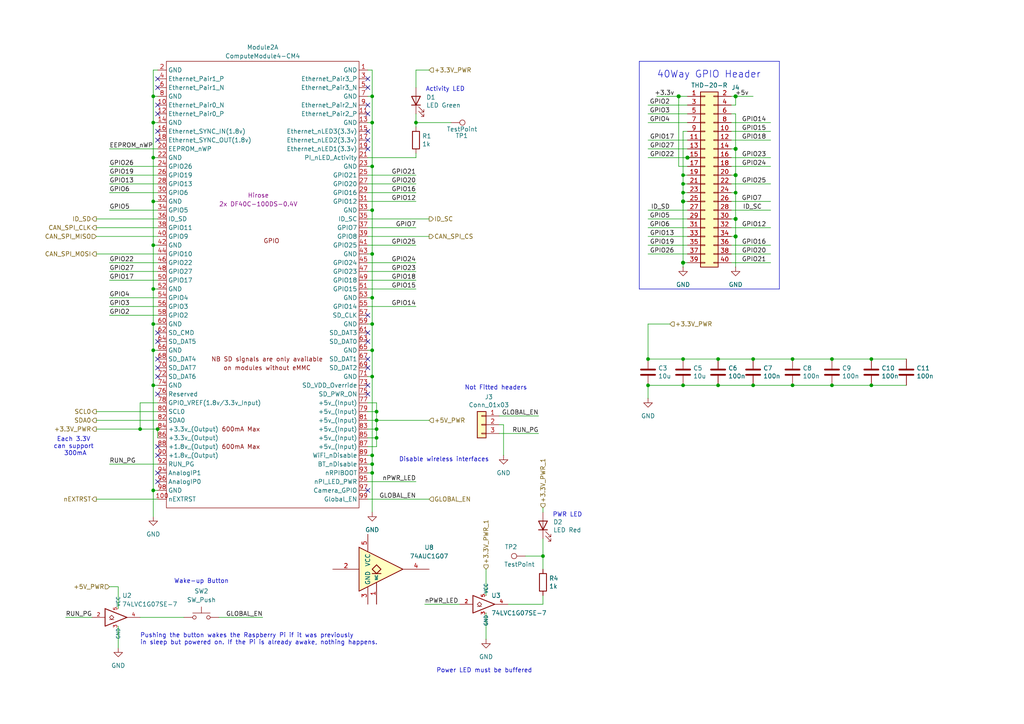
<source format=kicad_sch>
(kicad_sch (version 20231120) (generator "eeschema") (generator_version "8.0")
  (paper "A4")
  (junction (at 107.95 27.94))
  (junction (at 107.95 132.08))
  (junction (at 45.72 124.46))
  (junction (at 198.12 104.14))
  (junction (at 40.64 124.46))
  (junction (at 187.96 111.76))
  (junction (at 107.95 73.66))
  (junction (at 196.85 27.94) (diameter 1.016))
  (junction (at 44.45 58.42))
  (junction (at 44.45 111.76))
  (junction (at 241.3 104.14))
  (junction (at 198.12 50.8))
  (junction (at 107.95 86.36))
  (junction (at 198.12 53.34))
  (junction (at 199.39 45.72) (diameter 1.016))
  (junction (at 109.22 119.38))
  (junction (at 107.95 93.98))
  (junction (at 213.36 43.18) (diameter 1.016))
  (junction (at 229.87 111.76))
  (junction (at 107.95 109.22))
  (junction (at 198.12 55.88))
  (junction (at 44.45 101.6))
  (junction (at 213.36 63.5) (diameter 1.016))
  (junction (at 109.22 121.92))
  (junction (at 157.48 161.29))
  (junction (at 44.45 27.94))
  (junction (at 44.45 45.72))
  (junction (at 198.12 76.2) (diameter 1.016))
  (junction (at 252.73 111.76))
  (junction (at 107.95 60.96))
  (junction (at 208.28 104.14))
  (junction (at 187.96 104.14))
  (junction (at 107.95 137.16))
  (junction (at 198.12 58.42) (diameter 1.016))
  (junction (at 44.45 142.24))
  (junction (at 120.65 35.56))
  (junction (at 218.44 111.76))
  (junction (at 44.45 93.98))
  (junction (at 213.36 55.88))
  (junction (at 213.36 68.58) (diameter 1.016))
  (junction (at 218.44 104.14))
  (junction (at 198.12 111.76))
  (junction (at 229.87 104.14))
  (junction (at 44.45 71.12))
  (junction (at 107.95 48.26))
  (junction (at 213.36 50.8) (diameter 1.016))
  (junction (at 109.22 124.46))
  (junction (at 252.73 104.14))
  (junction (at 213.36 27.94) (diameter 1.016))
  (junction (at 44.45 35.56))
  (junction (at 109.22 127))
  (junction (at 107.95 134.62))
  (junction (at 208.28 111.76))
  (junction (at 107.95 101.6))
  (junction (at 107.95 35.56))
  (junction (at 241.3 111.76))
  (junction (at 44.45 83.82))
  (no_connect (at 106.68 30.48))
  (no_connect (at 45.72 22.86))
  (no_connect (at 45.72 25.4))
  (no_connect (at 106.68 106.68))
  (no_connect (at 45.72 139.7))
  (no_connect (at 45.72 99.06))
  (no_connect (at 45.72 30.48))
  (no_connect (at 45.72 132.08))
  (no_connect (at 45.72 104.14))
  (no_connect (at 45.72 33.02))
  (no_connect (at 106.68 22.86))
  (no_connect (at 106.68 104.14))
  (no_connect (at 45.72 129.54))
  (no_connect (at 106.68 91.44))
  (no_connect (at 45.72 38.1))
  (no_connect (at 106.68 99.06))
  (no_connect (at 45.72 106.68))
  (no_connect (at 106.68 114.3))
  (no_connect (at 45.72 137.16))
  (no_connect (at 45.72 40.64))
  (no_connect (at 106.68 40.64))
  (no_connect (at 106.68 33.02))
  (no_connect (at 106.68 96.52))
  (no_connect (at 45.72 96.52))
  (no_connect (at 45.72 114.3))
  (no_connect (at 45.72 109.22))
  (no_connect (at 106.68 111.76))
  (no_connect (at 106.68 43.18))
  (no_connect (at 106.68 25.4))
  (no_connect (at 106.68 142.24))
  (no_connect (at 106.68 38.1))
  (wire (pts (xy 187.96 60.96) (xy 199.39 60.96)))
  (wire (pts (xy 31.75 53.34) (xy 45.72 53.34)))
  (wire (pts (xy 27.94 66.04) (xy 45.72 66.04)))
  (wire (pts (xy 187.96 73.66) (xy 199.39 73.66)))
  (wire (pts (xy 208.28 104.14) (xy 218.44 104.14)))
  (wire (pts (xy 212.09 55.88) (xy 213.36 55.88)))
  (wire (pts (xy 27.94 121.92) (xy 45.72 121.92)))
  (wire (pts (xy 190.5 27.94) (xy 196.85 27.94)))
  (wire (pts (xy 212.09 63.5) (xy 213.36 63.5)))
  (wire (pts (xy 40.64 179.07) (xy 53.34 179.07)))
  (wire (pts (xy 45.72 124.46) (xy 40.64 124.46)))
  (wire (pts (xy 31.75 55.88) (xy 45.72 55.88)))
  (wire (pts (xy 213.36 50.8) (xy 212.09 50.8)))
  (wire (pts (xy 120.65 35.56) (xy 120.65 33.02)))
  (wire (pts (xy 31.75 86.36) (xy 45.72 86.36)))
  (wire (pts (xy 44.45 45.72) (xy 45.72 45.72)))
  (wire (pts (xy 106.68 20.32) (xy 107.95 20.32)))
  (wire (pts (xy 31.75 43.18) (xy 45.72 43.18)))
  (wire (pts (xy 157.48 172.72) (xy 157.48 175.26)))
  (wire (pts (xy 106.68 60.96) (xy 107.95 60.96)))
  (wire (pts (xy 44.45 111.76) (xy 45.72 111.76)))
  (wire (pts (xy 212.09 38.1) (xy 223.52 38.1)))
  (wire (pts (xy 218.44 104.14) (xy 229.87 104.14)))
  (wire (pts (xy 198.12 58.42) (xy 199.39 58.42)))
  (wire (pts (xy 198.12 104.14) (xy 208.28 104.14)))
  (wire (pts (xy 140.97 165.1) (xy 140.97 172.72)))
  (wire (pts (xy 213.36 68.58) (xy 213.36 77.47)))
  (wire (pts (xy 187.96 104.14) (xy 198.12 104.14)))
  (wire (pts (xy 107.95 101.6) (xy 107.95 109.22)))
  (wire (pts (xy 213.36 68.58) (xy 213.36 63.5)))
  (wire (pts (xy 31.75 81.28) (xy 45.72 81.28)))
  (wire (pts (xy 212.09 35.56) (xy 223.52 35.56)))
  (wire (pts (xy 198.12 58.42) (xy 198.12 76.2)))
  (wire (pts (xy 107.95 20.32) (xy 107.95 27.94)))
  (wire (pts (xy 157.48 147.32) (xy 157.48 148.59)))
  (wire (pts (xy 106.68 144.78) (xy 124.46 144.78)))
  (wire (pts (xy 44.45 142.24) (xy 45.72 142.24)))
  (wire (pts (xy 106.68 71.12) (xy 120.65 71.12)))
  (wire (pts (xy 213.36 55.88) (xy 213.36 50.8)))
  (wire (pts (xy 106.68 78.74) (xy 120.65 78.74)))
  (wire (pts (xy 31.75 134.62) (xy 45.72 134.62)))
  (wire (pts (xy 107.95 93.98) (xy 107.95 101.6)))
  (wire (pts (xy 199.39 27.94) (xy 196.85 27.94)))
  (wire (pts (xy 44.45 93.98) (xy 44.45 101.6)))
  (wire (pts (xy 44.45 111.76) (xy 44.45 142.24)))
  (wire (pts (xy 45.72 116.84) (xy 40.64 116.84)))
  (wire (pts (xy 109.22 119.38) (xy 109.22 121.92)))
  (wire (pts (xy 229.87 104.14) (xy 241.3 104.14)))
  (wire (pts (xy 107.95 35.56) (xy 107.95 48.26)))
  (wire (pts (xy 187.96 68.58) (xy 199.39 68.58)))
  (wire (pts (xy 106.68 101.6) (xy 107.95 101.6)))
  (wire (pts (xy 120.65 45.72) (xy 120.65 44.45)))
  (wire (pts (xy 106.68 27.94) (xy 107.95 27.94)))
  (wire (pts (xy 45.72 20.32) (xy 44.45 20.32)))
  (wire (pts (xy 123.19 175.26) (xy 133.35 175.26)))
  (wire (pts (xy 187.96 30.48) (xy 199.39 30.48)))
  (wire (pts (xy 187.96 111.76) (xy 198.12 111.76)))
  (wire (pts (xy 198.12 55.88) (xy 199.39 55.88)))
  (wire (pts (xy 31.75 60.96) (xy 45.72 60.96)))
  (wire (pts (xy 106.68 134.62) (xy 107.95 134.62)))
  (wire (pts (xy 208.28 111.76) (xy 218.44 111.76)))
  (wire (pts (xy 187.96 40.64) (xy 199.39 40.64)))
  (polyline (pts (xy 226.06 17.78) (xy 185.42 17.78)) (stroke (width 0) (type solid)))
  (wire (pts (xy 19.05 179.07) (xy 26.67 179.07)))
  (wire (pts (xy 107.95 60.96) (xy 107.95 73.66)))
  (wire (pts (xy 109.22 124.46) (xy 109.22 121.92)))
  (wire (pts (xy 212.09 60.96) (xy 223.52 60.96)))
  (wire (pts (xy 106.68 88.9) (xy 120.65 88.9)))
  (wire (pts (xy 213.36 43.18) (xy 213.36 50.8)))
  (wire (pts (xy 196.85 27.94) (xy 196.85 48.26)))
  (wire (pts (xy 63.5 179.07) (xy 76.2 179.07)))
  (wire (pts (xy 241.3 104.14) (xy 252.73 104.14)))
  (wire (pts (xy 212.09 40.64) (xy 223.52 40.64)))
  (wire (pts (xy 106.68 93.98) (xy 107.95 93.98)))
  (wire (pts (xy 212.09 71.12) (xy 223.52 71.12)))
  (wire (pts (xy 106.68 83.82) (xy 120.65 83.82)))
  (wire (pts (xy 44.45 101.6) (xy 45.72 101.6)))
  (wire (pts (xy 157.48 156.21) (xy 157.48 161.29)))
  (wire (pts (xy 31.75 88.9) (xy 45.72 88.9)))
  (wire (pts (xy 27.94 73.66) (xy 45.72 73.66)))
  (wire (pts (xy 212.09 66.04) (xy 223.52 66.04)))
  (wire (pts (xy 109.22 127) (xy 109.22 124.46)))
  (wire (pts (xy 212.09 45.72) (xy 223.52 45.72)))
  (wire (pts (xy 107.95 27.94) (xy 107.95 35.56)))
  (wire (pts (xy 106.68 81.28) (xy 120.65 81.28)))
  (wire (pts (xy 146.05 123.19) (xy 146.05 132.08)))
  (wire (pts (xy 44.45 83.82) (xy 45.72 83.82)))
  (wire (pts (xy 187.96 93.98) (xy 187.96 104.14)))
  (wire (pts (xy 34.29 181.61) (xy 34.29 187.96)))
  (wire (pts (xy 212.09 58.42) (xy 223.52 58.42)))
  (wire (pts (xy 107.95 73.66) (xy 107.95 86.36)))
  (wire (pts (xy 106.68 137.16) (xy 107.95 137.16)))
  (wire (pts (xy 106.68 109.22) (xy 107.95 109.22)))
  (wire (pts (xy 106.68 45.72) (xy 120.65 45.72)))
  (wire (pts (xy 107.95 137.16) (xy 107.95 148.59)))
  (wire (pts (xy 44.45 45.72) (xy 44.45 58.42)))
  (wire (pts (xy 213.36 30.48) (xy 213.36 27.94)))
  (polyline (pts (xy 226.06 17.78) (xy 226.06 83.82)) (stroke (width 0) (type solid)))
  (wire (pts (xy 44.45 83.82) (xy 44.45 93.98)))
  (wire (pts (xy 213.36 33.02) (xy 213.36 43.18)))
  (wire (pts (xy 187.96 63.5) (xy 199.39 63.5)))
  (wire (pts (xy 187.96 43.18) (xy 199.39 43.18)))
  (wire (pts (xy 106.68 86.36) (xy 107.95 86.36)))
  (wire (pts (xy 106.68 63.5) (xy 124.46 63.5)))
  (wire (pts (xy 212.09 53.34) (xy 223.52 53.34)))
  (wire (pts (xy 187.96 115.57) (xy 187.96 111.76)))
  (wire (pts (xy 44.45 71.12) (xy 44.45 83.82)))
  (wire (pts (xy 31.75 91.44) (xy 45.72 91.44)))
  (wire (pts (xy 27.94 144.78) (xy 45.72 144.78)))
  (wire (pts (xy 187.96 66.04) (xy 199.39 66.04)))
  (wire (pts (xy 213.36 27.94) (xy 218.44 27.94)))
  (wire (pts (xy 106.68 76.2) (xy 120.65 76.2)))
  (wire (pts (xy 213.36 43.18) (xy 212.09 43.18)))
  (wire (pts (xy 106.68 121.92) (xy 109.22 121.92)))
  (wire (pts (xy 44.45 71.12) (xy 45.72 71.12)))
  (wire (pts (xy 198.12 50.8) (xy 198.12 53.34)))
  (wire (pts (xy 187.96 71.12) (xy 199.39 71.12)))
  (wire (pts (xy 109.22 129.54) (xy 109.22 127)))
  (wire (pts (xy 229.87 111.76) (xy 241.3 111.76)))
  (wire (pts (xy 106.68 53.34) (xy 120.65 53.34)))
  (wire (pts (xy 31.75 170.18) (xy 34.29 170.18)))
  (wire (pts (xy 198.12 38.1) (xy 198.12 50.8)))
  (wire (pts (xy 106.68 116.84) (xy 109.22 116.84)))
  (wire (pts (xy 31.75 50.8) (xy 45.72 50.8)))
  (wire (pts (xy 120.65 20.32) (xy 120.65 25.4)))
  (wire (pts (xy 196.85 48.26) (xy 199.39 48.26)))
  (wire (pts (xy 124.46 20.32) (xy 120.65 20.32)))
  (wire (pts (xy 218.44 111.76) (xy 229.87 111.76)))
  (wire (pts (xy 44.45 27.94) (xy 44.45 35.56)))
  (wire (pts (xy 212.09 33.02) (xy 213.36 33.02)))
  (wire (pts (xy 144.78 125.73) (xy 156.21 125.73)))
  (wire (pts (xy 187.96 35.56) (xy 199.39 35.56)))
  (wire (pts (xy 212.09 68.58) (xy 213.36 68.58)))
  (wire (pts (xy 107.95 86.36) (xy 107.95 93.98)))
  (wire (pts (xy 44.45 58.42) (xy 44.45 71.12)))
  (wire (pts (xy 241.3 111.76) (xy 252.73 111.76)))
  (wire (pts (xy 106.68 48.26) (xy 107.95 48.26)))
  (wire (pts (xy 198.12 76.2) (xy 198.12 77.47)))
  (wire (pts (xy 198.12 111.76) (xy 208.28 111.76)))
  (wire (pts (xy 252.73 111.76) (xy 262.89 111.76)))
  (wire (pts (xy 44.45 142.24) (xy 44.45 149.86)))
  (wire (pts (xy 107.95 48.26) (xy 107.95 60.96)))
  (wire (pts (xy 40.64 116.84) (xy 40.64 124.46)))
  (wire (pts (xy 106.68 124.46) (xy 109.22 124.46)))
  (wire (pts (xy 27.94 124.46) (xy 40.64 124.46)))
  (wire (pts (xy 212.09 30.48) (xy 213.36 30.48)))
  (wire (pts (xy 27.94 119.38) (xy 45.72 119.38)))
  (wire (pts (xy 144.78 123.19) (xy 146.05 123.19)))
  (polyline (pts (xy 185.42 83.82) (xy 226.06 83.82)) (stroke (width 0) (type solid)))
  (wire (pts (xy 106.68 66.04) (xy 120.65 66.04)))
  (wire (pts (xy 27.94 63.5) (xy 45.72 63.5)))
  (wire (pts (xy 44.45 101.6) (xy 44.45 111.76)))
  (wire (pts (xy 152.4 161.29) (xy 157.48 161.29)))
  (wire (pts (xy 157.48 175.26) (xy 147.32 175.26)))
  (wire (pts (xy 213.36 63.5) (xy 213.36 55.88)))
  (wire (pts (xy 106.68 68.58) (xy 124.46 68.58)))
  (wire (pts (xy 201.93 45.72) (xy 199.39 45.72)))
  (polyline (pts (xy 185.42 17.78) (xy 185.42 83.82)) (stroke (width 0) (type solid)))
  (wire (pts (xy 140.97 177.8) (xy 140.97 185.42)))
  (wire (pts (xy 44.45 35.56) (xy 44.45 45.72)))
  (wire (pts (xy 144.78 120.65) (xy 156.21 120.65)))
  (wire (pts (xy 45.72 124.46) (xy 45.72 127)))
  (wire (pts (xy 198.12 76.2) (xy 199.39 76.2)))
  (wire (pts (xy 34.29 170.18) (xy 34.29 176.53)))
  (wire (pts (xy 198.12 55.88) (xy 198.12 58.42)))
  (wire (pts (xy 106.68 132.08) (xy 107.95 132.08)))
  (wire (pts (xy 212.09 27.94) (xy 213.36 27.94)))
  (wire (pts (xy 120.65 35.56) (xy 130.81 35.56)))
  (wire (pts (xy 198.12 50.8) (xy 199.39 50.8)))
  (wire (pts (xy 106.68 129.54) (xy 109.22 129.54)))
  (wire (pts (xy 107.95 134.62) (xy 107.95 137.16)))
  (wire (pts (xy 106.68 35.56) (xy 107.95 35.56)))
  (wire (pts (xy 106.68 50.8) (xy 120.65 50.8)))
  (wire (pts (xy 44.45 35.56) (xy 45.72 35.56)))
  (wire (pts (xy 109.22 121.92) (xy 124.46 121.92)))
  (wire (pts (xy 31.75 48.26) (xy 45.72 48.26)))
  (wire (pts (xy 120.65 36.83) (xy 120.65 35.56)))
  (wire (pts (xy 212.09 76.2) (xy 223.52 76.2)))
  (wire (pts (xy 198.12 53.34) (xy 199.39 53.34)))
  (wire (pts (xy 44.45 58.42) (xy 45.72 58.42)))
  (wire (pts (xy 31.75 78.74) (xy 45.72 78.74)))
  (wire (pts (xy 106.68 73.66) (xy 107.95 73.66)))
  (wire (pts (xy 106.68 55.88) (xy 120.65 55.88)))
  (wire (pts (xy 187.96 33.02) (xy 199.39 33.02)))
  (wire (pts (xy 27.94 68.58) (xy 45.72 68.58)))
  (wire (pts (xy 107.95 132.08) (xy 107.95 134.62)))
  (wire (pts (xy 212.09 73.66) (xy 223.52 73.66)))
  (wire (pts (xy 31.75 76.2) (xy 45.72 76.2)))
  (wire (pts (xy 198.12 53.34) (xy 198.12 55.88)))
  (wire (pts (xy 252.73 104.14) (xy 262.89 104.14)))
  (wire (pts (xy 106.68 119.38) (xy 109.22 119.38)))
  (wire (pts (xy 106.68 58.42) (xy 120.65 58.42)))
  (wire (pts (xy 157.48 161.29) (xy 157.48 165.1)))
  (wire (pts (xy 106.68 139.7) (xy 120.65 139.7)))
  (wire (pts (xy 44.45 93.98) (xy 45.72 93.98)))
  (wire (pts (xy 44.45 20.32) (xy 44.45 27.94)))
  (wire (pts (xy 212.09 48.26) (xy 223.52 48.26)))
  (wire (pts (xy 199.39 38.1) (xy 198.12 38.1)))
  (wire (pts (xy 44.45 27.94) (xy 45.72 27.94)))
  (wire (pts (xy 187.96 45.72) (xy 199.39 45.72)))
  (wire (pts (xy 109.22 116.84) (xy 109.22 119.38)))
  (wire (pts (xy 194.31 93.98) (xy 187.96 93.98)))
  (wire (pts (xy 107.95 109.22) (xy 107.95 132.08)))
  (wire (pts (xy 106.68 127) (xy 109.22 127)))
  (text "Activity LED" (at 123.444 26.67 0) (effects (font (size 1.27 1.27)) (justify left bottom)))
  (text "PWR LED" (at 160.274 150.114 0) (effects (font (size 1.27 1.27)) (justify left bottom)))
  (text "Wake-up Button" (at 58.42 168.656 0) (effects (font (size 1.27 1.27))))
  (text "Not Fitted headers" (at 152.908 113.284 0) (effects (font (size 1.27 1.27)) (justify right bottom)))
  (text "Power LED must be buffered" (at 140.462 194.564 0) (effects (font (size 1.27 1.27))))
  (text "Disable wireless interfaces\n" (at 128.778 133.35 0) (effects (font (size 1.27 1.27))))
  (text "Each 3.3V \ncan support \n300mA" (at 21.844 129.54 0) (effects (font (size 1.27 1.27))))
  (text "40Way GPIO Header" (at 190.5 22.86 0) (effects (font (size 2.007 2.007)) (justify left bottom)))
  (text "Pushing the button wakes the Raspberry Pi if it was previously \nin sleep but powered on. If the Pi is already awake, nothing happens." (at 40.64 185.42 0) (effects (font (size 1.27 1.27)) (justify left)))
  (label "GLOBAL_EN" (at 120.65 144.78 180))
  (label "+3.3v" (at 195.58 27.94 180))
  (label "GPIO3" (at 194.31 33.02 180))
  (label "EEPROM_nWP" (at 31.75 43.18 0))
  (label "GPIO13" (at 195.58 68.58 180))
  (label "GPIO2" (at 194.31 30.48 180))
  (label "RUN_PG" (at 31.75 134.62 0))
  (label "GPIO4" (at 194.31 35.56 180))
  (label "GPIO25" (at 120.65 71.12 180))
  (label "GPIO14" (at 222.25 35.56 180))
  (label "GPIO23" (at 222.25 45.72 180))
  (label "GPIO13" (at 31.75 53.34 0))
  (label "GPIO20" (at 222.25 73.66 180))
  (label "GPIO3" (at 31.75 88.9 0))
  (label "GPIO23" (at 120.65 78.74 180))
  (label "GPIO21" (at 222.25 76.2 180))
  (label "GPIO5" (at 31.75 60.96 0))
  (label "ID_SC" (at 220.98 60.96 180))
  (label "GPIO16" (at 120.65 55.88 180))
  (label "GPIO5" (at 194.31 63.5 180))
  (label "GPIO6" (at 194.31 66.04 180))
  (label "GPIO17" (at 195.58 40.64 180))
  (label "GPIO2" (at 31.75 91.44 0))
  (label "+5v" (at 217.17 27.94 180))
  (label "GPIO19" (at 31.75 50.8 0))
  (label "GPIO27" (at 195.58 43.18 180))
  (label "GPIO15" (at 120.65 83.82 180))
  (label "GPIO7" (at 220.98 58.42 180))
  (label "GPIO21" (at 120.65 50.8 180))
  (label "RUN_PG" (at 156.21 125.73 180))
  (label "RUN_PG" (at 19.05 179.07 0))
  (label "GPIO24" (at 120.65 76.2 180))
  (label "GPIO26" (at 195.58 73.66 180))
  (label "GLOBAL_EN" (at 156.21 120.65 180))
  (label "nPWR_LED" (at 123.19 175.26 0))
  (label "GPIO22" (at 31.75 76.2 0))
  (label "GPIO7" (at 120.65 66.04 180))
  (label "GPIO15" (at 222.25 38.1 180))
  (label "GPIO6" (at 31.75 55.88 0))
  (label "GPIO16" (at 222.25 71.12 180))
  (label "GLOBAL_EN" (at 76.2 179.07 180))
  (label "GPIO20" (at 120.65 53.34 180))
  (label "GPIO25" (at 222.25 53.34 180))
  (label "GPIO14" (at 120.65 88.9 180))
  (label "GPIO18" (at 222.25 40.64 180))
  (label "GPIO12" (at 222.25 66.04 180))
  (label "GPIO18" (at 120.65 81.28 180))
  (label "ID_SD" (at 194.31 60.96 180))
  (label "nPWR_LED" (at 120.65 139.7 180))
  (label "GPIO27" (at 31.75 78.74 0))
  (label "GPIO24" (at 222.25 48.26 180))
  (label "GPIO17" (at 31.75 81.28 0))
  (label "GPIO12" (at 120.65 58.42 180))
  (label "GPIO4" (at 31.75 86.36 0))
  (label "GPIO26" (at 31.75 48.26 0))
  (label "GPIO22" (at 195.58 45.72 180))
  (label "GPIO19" (at 195.58 71.12 180))
  (hierarchical_label "ID_SC" (shape output) (at 124.46 63.5 0))
  (hierarchical_label "CAN_SPI_MISO" (shape input) (at 27.94 68.58 180))
  (hierarchical_label "+3.3V_PWR" (shape output) (at 27.94 124.46 180))
  (hierarchical_label "CAN_SPI_CLK" (shape output) (at 27.94 66.04 180))
  (hierarchical_label "+3.3V_PWR" (shape input) (at 124.46 20.32 0))
  (hierarchical_label "ID_SD" (shape output) (at 27.94 63.5 180))
  (hierarchical_label "+5V_PWR" (shape input) (at 124.46 121.92 0))
  (hierarchical_label "+3.3V_PWR_1" (shape input) (at 140.97 165.1 90))
  (hierarchical_label "CAN_SPI_MOSI" (shape output) (at 27.94 73.66 180))
  (hierarchical_label "CAN_SPI_CS" (shape output) (at 124.46 68.58 0))
  (hierarchical_label "SCL0" (shape output) (at 27.94 119.38 180))
  (hierarchical_label "nEXTRST" (shape output) (at 27.94 144.78 180))
  (hierarchical_label "+5V_PWR" (shape input) (at 31.75 170.18 180))
  (hierarchical_label "+3.3V_PWR" (shape input) (at 194.31 93.98 0))
  (hierarchical_label "GLOBAL_EN" (shape input) (at 124.46 144.78 0))
  (hierarchical_label "+3.3V_PWR_1" (shape input) (at 157.48 147.32 90))
  (hierarchical_label "SDA0" (shape output) (at 27.94 121.92 180))
  (symbol (lib_id "CM4IO:74LVC1G07_copy") (at 140.97 175.26 0) (unit 1)
    (property "Reference" "U3" (at 142.494 172.72 0) (effects (justify left)))
    (property "Value" "74LVC1G07SE-7" (at 142.494 177.8 0) (effects (justify left)))
    (property "Footprint" "Package_TO_SOT_SMD:SOT-353_SC-70-5" (effects (hide yes)))
    (property "Datasheet" "https://www.diodes.com/assets/Datasheets/74LVC1G07.pdf" (effects (hide yes)))
    (property "Field4" "Farnell" (effects (hide yes)))
    (property "Field5" "2425492" (effects (hide yes)))
    (property "Field6" "74LVC1G07SE-7" (effects (hide yes)))
    (property "Field7" "Diodes" (effects (hide yes)))
    (property "Part Description" "Buffer, Non-Inverting 1 Element 1 Bit per Element Open Drain Output SOT-353" (effects (hide yes)))
  )
  (symbol (lib_id "CM4IO:ComputeModule4-CM4") (at 78.74 76.2 0) (unit 1)
    (property "Reference" "Module2" (at 76.2 13.716 0))
    (property "Value" "ComputeModule4-CM4" (at 76.2 16.256 0))
    (property "Footprint" "CM4IO:Raspberry-Pi-4-Compute-Module" (effects (hide yes)))
    (property "Field4" "Hirose" (at 74.93 56.642 0))
    (property "Field5" "2x DF40C-100DS-0.4V" (at 74.93 59.182 0))
  )
  (symbol (lib_id "Device:C") (at 218.44 107.95 0) (unit 1)
    (property "Reference" "C7" (at 221.361 106.7816 0) (effects (justify left)))
    (property "Value" "100n" (at 221.361 109.093 0) (effects (justify left)))
    (property "Footprint" "Capacitor_SMD:C_0402_1005Metric" (effects (hide yes)))
    (property "Datasheet" "https://search.murata.co.jp/Ceramy/image/img/A01X/G101/ENG/GRM155R71C104KA88-01.pdf" (effects (hide yes)))
    (property "Field4" "Farnell" (effects (hide yes)))
    (property "Field5" "2611911" (effects (hide yes)))
    (property "Field6" "RM EMK105 B7104KV-F" (effects (hide yes)))
    (property "Field7" "TAIYO YUDEN EUROPE GMBH" (effects (hide yes)))
    (property "Part Description" "	0.1uF 10% 16V Ceramic Capacitor X7R 0402 (1005 Metric)" (effects (hide yes)))
    (property "Field8" "110091611" (effects (hide yes)))
  )
  (symbol (lib_name "GND_1") (lib_id "power:GND") (at 44.45 149.86 0) (unit 1)
    (property "Reference" "#PWR07" (effects (hide yes)))
    (property "Value" "GND" (at 44.45 154.94 0))
    (property "Description" "Power symbol creates a global label with name \"GND\" , ground" (effects (hide yes)))
  )
  (symbol (lib_id "Device:LED") (at 157.48 152.4 90) (unit 1)
    (property "Reference" "D2" (at 160.4518 151.4094 90) (effects (justify right)))
    (property "Value" "LED Red" (at 160.4518 153.7208 90) (effects (justify right)))
    (property "Footprint" "LED_SMD:LED_0603_1608Metric" (effects (hide yes)))
    (property "Datasheet" "http://optoelectronics.liteon.com/upload/download/DS22-2000-210/LTST-S270KRKT.pdf" (effects (hide yes)))
    (property "Field4" "Digikey " (effects (hide yes)))
    (property "Field5" "LTST-S270KRKT" (effects (hide yes)))
    (property "Field6" "SML-A12U8TT86Q" (effects (hide yes)))
    (property "Field7" "Rohm" (effects (hide yes)))
    (property "Field8" "650295101" (effects (hide yes)))
    (property "Part Description" "	Red 620nm LED Indication - Discrete 2.2V 2-SMD, No Lead" (effects (hide yes)))
  )
  (symbol (lib_id "74xGxx:74AUC1G07") (at 111.76 165.1 0) (unit 1)
    (property "Reference" "U8" (at 124.46 158.7814 0))
    (property "Value" "74AUC1G07" (at 124.46 161.3214 0))
    (property "Datasheet" "http://www.ti.com/lit/sg/scyt129e/scyt129e.pdf" (effects (hide yes)))
    (property "Description" "Single Buffer Gate, Open Drain, Low-Voltage CMOS" (effects (hide yes)))
  )
  (symbol (lib_id "Connector:TestPoint") (at 130.81 35.56 270) (unit 1)
    (property "Reference" "TP1" (at 132.08 39.37 90) (effects (justify left)))
    (property "Value" "TestPoint" (at 129.54 37.465 90) (effects (justify left)))
    (property "Footprint" "TestPoint:TestPoint_Pad_2.0x2.0mm" (effects (hide yes)))
    (property "Field4" "nf" (effects (hide yes)))
    (property "Field5" "nf" (effects (hide yes)))
    (property "Field6" "nf" (effects (hide yes)))
    (property "Field7" "nf" (effects (hide yes)))
  )
  (symbol (lib_name "GND_5") (lib_id "power:GND") (at 146.05 132.08 0) (unit 1)
    (property "Reference" "#PWR012" (effects (hide yes)))
    (property "Value" "GND" (at 146.05 137.16 0))
    (property "Description" "Power symbol creates a global label with name \"GND\" , ground" (effects (hide yes)))
  )
  (symbol (lib_id "Device:C") (at 252.73 107.95 0) (unit 1)
    (property "Reference" "C10" (at 255.651 106.7816 0) (effects (justify left)))
    (property "Value" "100n" (at 255.651 109.093 0) (effects (justify left)))
    (property "Footprint" "Capacitor_SMD:C_0402_1005Metric" (effects (hide yes)))
    (property "Datasheet" "https://search.murata.co.jp/Ceramy/image/img/A01X/G101/ENG/GRM155R71C104KA88-01.pdf" (effects (hide yes)))
    (property "Field4" "Farnell" (effects (hide yes)))
    (property "Field5" "2611911" (effects (hide yes)))
    (property "Field6" "RM EMK105 B7104KV-F" (effects (hide yes)))
    (property "Field7" "TAIYO YUDEN EUROPE GMBH" (effects (hide yes)))
    (property "Part Description" "	0.1uF 10% 16V Ceramic Capacitor X7R 0402 (1005 Metric)" (effects (hide yes)))
    (property "Field8" "110091611" (effects (hide yes)))
  )
  (symbol (lib_id "Device:C") (at 187.96 107.95 0) (unit 1)
    (property "Reference" "C3" (at 190.881 106.7816 0) (effects (justify left)))
    (property "Value" "10u" (at 190.881 109.093 0) (effects (justify left)))
    (property "Footprint" "Capacitor_SMD:C_0805_2012Metric" (effects (hide yes)))
    (property "Datasheet" "https://search.murata.co.jp/Ceramy/image/img/A01X/G101/ENG/GRM21BR71A106KA73-01.pdf" (effects (hide yes)))
    (property "Field5" "490-14381-1-ND" (effects (hide yes)))
    (property "Field4" "Digikey" (effects (hide yes)))
    (property "Field6" "GRM21BR71A106KA73L" (effects (hide yes)))
    (property "Field7" "Murata" (effects (hide yes)))
    (property "Part Description" "	10uF 10% 10V Ceramic Capacitor X7R 0805 (2012 Metric)" (effects (hide yes)))
    (property "Field8" "111893011" (effects (hide yes)))
  )
  (symbol (lib_id "Device:R") (at 120.65 40.64 0) (unit 1)
    (property "Reference" "R1" (at 122.428 39.4716 0) (effects (justify left)))
    (property "Value" "1k" (at 122.428 41.783 0) (effects (justify left)))
    (property "Footprint" "Resistor_SMD:R_0402_1005Metric" (effects (hide yes)))
    (property "Datasheet" "https://fscdn.rohm.com/en/products/databook/datasheet/passive/resistor/chip_resistor/mcr-e.pdf" (effects (hide yes)))
    (property "Field4" "Farnell" (effects (hide yes)))
    (property "Field5" "9239235" (effects (hide yes)))
    (property "Field7" "KOA EUROPE GMBH" (effects (hide yes)))
    (property "Field6" "RK73H1ETTP1001F" (effects (hide yes)))
    (property "Part Description" "Resistor 1K M1005 1% 63mW" (effects (hide yes)))
    (property "Field8" "125049511" (effects (hide yes)))
  )
  (symbol (lib_id "Device:C") (at 208.28 107.95 0) (unit 1)
    (property "Reference" "C6" (at 211.201 106.7816 0) (effects (justify left)))
    (property "Value" "100n" (at 211.201 109.093 0) (effects (justify left)))
    (property "Footprint" "Capacitor_SMD:C_0402_1005Metric" (effects (hide yes)))
    (property "Datasheet" "https://search.murata.co.jp/Ceramy/image/img/A01X/G101/ENG/GRM155R71C104KA88-01.pdf" (effects (hide yes)))
    (property "Field4" "Farnell" (effects (hide yes)))
    (property "Field5" "2611911" (effects (hide yes)))
    (property "Field6" "RM EMK105 B7104KV-F" (effects (hide yes)))
    (property "Field7" "TAIYO YUDEN EUROPE GMBH" (effects (hide yes)))
    (property "Part Description" "	0.1uF 10% 16V Ceramic Capacitor X7R 0402 (1005 Metric)" (effects (hide yes)))
    (property "Field8" "110091611" (effects (hide yes)))
  )
  (symbol (lib_id "CM4IO:74LVC1G07_copy") (at 34.29 179.07 0) (unit 1)
    (property "Reference" "U2" (at 36.83 172.72 0))
    (property "Value" "74LVC1G07SE-7" (at 43.434 175.26 0))
    (property "Footprint" "Package_TO_SOT_SMD:SOT-353_SC-70-5" (effects (hide yes)))
    (property "Datasheet" "https://www.diodes.com/assets/Datasheets/74LVC1G07.pdf" (effects (hide yes)))
    (property "Field4" "Farnell" (effects (hide yes)))
    (property "Field5" "2425492" (effects (hide yes)))
    (property "Field6" "74LVC1G07SE-7" (effects (hide yes)))
    (property "Field7" "Diodes" (effects (hide yes)))
    (property "Part Description" "Buffer, Non-Inverting 1 Element 1 Bit per Element Open Drain Output SOT-353" (effects (hide yes)))
  )
  (symbol (lib_id "Connector_Generic:Conn_01x03") (at 139.7 123.19 0) (mirror y) (unit 1)
    (property "Reference" "J3" (at 141.7828 115.1382 0))
    (property "Value" "Conn_01x03" (at 141.7828 117.4496 0))
    (property "Footprint" "Connector_PinHeader_2.54mm:PinHeader_1x03_P2.54mm_Vertical" (effects (hide yes)))
    (property "Field4" "nf" (effects (hide yes)))
    (property "Field5" "nf" (effects (hide yes)))
    (property "Field6" "nf" (effects (hide yes)))
    (property "Field7" "nf" (effects (hide yes)))
    (property "Part Description" "3pin 0.1\" connector" (effects (hide yes)))
  )
  (symbol (lib_name "GND_6") (lib_id "power:GND") (at 34.29 187.96 0) (unit 1)
    (property "Reference" "#PWR06" (effects (hide yes)))
    (property "Value" "GND" (at 34.29 193.04 0))
    (property "Description" "Power symbol creates a global label with name \"GND\" , ground" (effects (hide yes)))
  )
  (symbol (lib_id "Device:C") (at 241.3 107.95 0) (unit 1)
    (property "Reference" "C9" (at 244.221 106.7816 0) (effects (justify left)))
    (property "Value" "100n" (at 244.221 109.093 0) (effects (justify left)))
    (property "Footprint" "Capacitor_SMD:C_0402_1005Metric" (effects (hide yes)))
    (property "Datasheet" "https://search.murata.co.jp/Ceramy/image/img/A01X/G101/ENG/GRM155R71C104KA88-01.pdf" (effects (hide yes)))
    (property "Field4" "Farnell" (effects (hide yes)))
    (property "Field5" "2611911" (effects (hide yes)))
    (property "Field6" "RM EMK105 B7104KV-F" (effects (hide yes)))
    (property "Field7" "TAIYO YUDEN EUROPE GMBH" (effects (hide yes)))
    (property "Part Description" "	0.1uF 10% 16V Ceramic Capacitor X7R 0402 (1005 Metric)" (effects (hide yes)))
    (property "Field8" "110091611" (effects (hide yes)))
  )
  (symbol (lib_id "Connector:TestPoint") (at 152.4 161.29 90) (unit 1)
    (property "Reference" "TP2" (at 150.0378 158.623 90) (effects (justify left)))
    (property "Value" "TestPoint" (at 155.1178 163.703 90) (effects (justify left)))
    (property "Footprint" "TestPoint:TestPoint_Pad_2.0x2.0mm" (effects (hide yes)))
    (property "Field4" "nf" (effects (hide yes)))
    (property "Field5" "nf" (effects (hide yes)))
    (property "Field6" "nf" (effects (hide yes)))
    (property "Field7" "nf" (effects (hide yes)))
  )
  (symbol (lib_name "GND_1") (lib_id "power:GND") (at 107.95 148.59 0) (unit 1)
    (property "Reference" "#PWR08" (effects (hide yes)))
    (property "Value" "GND" (at 107.95 153.67 0))
    (property "Description" "Power symbol creates a global label with name \"GND\" , ground" (effects (hide yes)))
  )
  (symbol (lib_name "GND_4") (lib_id "power:GND") (at 140.97 185.42 0) (unit 1)
    (property "Reference" "#PWR014" (effects (hide yes)))
    (property "Value" "GND" (at 140.97 190.5 0))
    (property "Description" "Power symbol creates a global label with name \"GND\" , ground" (effects (hide yes)))
  )
  (symbol (lib_id "Switch:SW_Push") (at 58.42 179.07 0) (unit 1)
    (property "Reference" "SW2" (at 58.42 171.45 0))
    (property "Value" "SW_Push" (at 58.42 173.99 0))
    (property "Description" "Push button switch, generic, two pins" (effects (hide yes)))
  )
  (symbol (lib_name "GND_10") (lib_id "power:GND") (at 187.96 115.57 0) (unit 1)
    (property "Reference" "#PWR021" (effects (hide yes)))
    (property "Value" "GND" (at 187.96 120.65 0))
    (property "Description" "Power symbol creates a global label with name \"GND\" , ground" (effects (hide yes)))
  )
  (symbol (lib_id "Device:C") (at 198.12 107.95 0) (unit 1)
    (property "Reference" "C5" (at 201.041 106.7816 0) (effects (justify left)))
    (property "Value" "10u" (at 201.041 109.093 0) (effects (justify left)))
    (property "Footprint" "Capacitor_SMD:C_0805_2012Metric" (effects (hide yes)))
    (property "Datasheet" "https://search.murata.co.jp/Ceramy/image/img/A01X/G101/ENG/GRM21BR71A106KA73-01.pdf" (effects (hide yes)))
    (property "Field5" "490-14381-1-ND" (effects (hide yes)))
    (property "Field4" "Digikey" (effects (hide yes)))
    (property "Field6" "GRM21BR71A106KA73L" (effects (hide yes)))
    (property "Field7" "Murata" (effects (hide yes)))
    (property "Part Description" "	10uF 10% 10V Ceramic Capacitor X7R 0805 (2012 Metric)" (effects (hide yes)))
    (property "Field8" "111893011" (effects (hide yes)))
  )
  (symbol (lib_id "power:GND") (at 198.12 77.47 0) (unit 1)
    (property "Reference" "#PWR09" (effects (hide yes)))
    (property "Value" "GND" (at 198.12 82.55 0))
    (property "Description" "Power symbol creates a global label with name \"GND\" , ground" (effects (hide yes)))
  )
  (symbol (lib_id "Device:C") (at 229.87 107.95 0) (unit 1)
    (property "Reference" "C8" (at 232.791 106.7816 0) (effects (justify left)))
    (property "Value" "100n" (at 232.791 109.093 0) (effects (justify left)))
    (property "Footprint" "Capacitor_SMD:C_0402_1005Metric" (effects (hide yes)))
    (property "Datasheet" "https://search.murata.co.jp/Ceramy/image/img/A01X/G101/ENG/GRM155R71C104KA88-01.pdf" (effects (hide yes)))
    (property "Field4" "Farnell" (effects (hide yes)))
    (property "Field5" "2611911" (effects (hide yes)))
    (property "Field6" "RM EMK105 B7104KV-F" (effects (hide yes)))
    (property "Field7" "TAIYO YUDEN EUROPE GMBH" (effects (hide yes)))
    (property "Part Description" "	0.1uF 10% 16V Ceramic Capacitor X7R 0402 (1005 Metric)" (effects (hide yes)))
    (property "Field8" "110091611" (effects (hide yes)))
  )
  (symbol (lib_id "Device:C") (at 262.89 107.95 0) (unit 1)
    (property "Reference" "C11" (at 265.811 106.7816 0) (effects (justify left)))
    (property "Value" "100n" (at 265.811 109.093 0) (effects (justify left)))
    (property "Footprint" "Capacitor_SMD:C_0402_1005Metric" (effects (hide yes)))
    (property "Datasheet" "https://search.murata.co.jp/Ceramy/image/img/A01X/G101/ENG/GRM155R71C104KA88-01.pdf" (effects (hide yes)))
    (property "Field4" "Farnell" (effects (hide yes)))
    (property "Field5" "2611911" (effects (hide yes)))
    (property "Field6" "RM EMK105 B7104KV-F" (effects (hide yes)))
    (property "Field7" "TAIYO YUDEN EUROPE GMBH" (effects (hide yes)))
    (property "Part Description" "	0.1uF 10% 16V Ceramic Capacitor X7R 0402 (1005 Metric)" (effects (hide yes)))
    (property "Field8" "110091611" (effects (hide yes)))
  )
  (symbol (lib_id "Device:LED") (at 120.65 29.21 90) (unit 1)
    (property "Reference" "D1" (at 123.6218 28.2194 90) (effects (justify right)))
    (property "Value" "LED Green" (at 123.6218 30.5308 90) (effects (justify right)))
    (property "Footprint" "LED_SMD:LED_0603_1608Metric" (effects (hide yes)))
    (property "Datasheet" "http://optoelectronics.liteon.com/upload/download/DS22-2000-226/LTST-S270KGKT.pdf" (effects (hide yes)))
    (property "Field4" "Digikey " (effects (hide yes)))
    (property "Field5" "LTST-S270KGKT" (effects (hide yes)))
    (property "Field6" "SML-A12M8TT86N" (effects (hide yes)))
    (property "Field7" "Rohm" (effects (hide yes)))
    (property "Field8" "650263301" (effects (hide yes)))
    (property "Part Description" "	Green 572nm LED Indication - Discrete 2.2V 2-SMD, No Lead" (effects (hide yes)))
  )
  (symbol (lib_id "Connector_Generic:Conn_02x20_Odd_Even") (at 204.47 50.8 0) (unit 1)
    (property "Reference" "J4" (at 213.36 25.4 0))
    (property "Value" "THD-20-R" (at 205.74 24.7396 0))
    (property "Footprint" "Connector_PinHeader_2.54mm:PinHeader_2x20_P2.54mm_Vertical" (effects (hide yes)))
    (property "Datasheet" "https://www.toby.co.uk/uploads/publications/1673.pdf" (effects (hide yes)))
    (property "Field4" "Toby" (effects (hide yes)))
    (property "Field5" "THD-20-R" (effects (hide yes)))
    (property "Field6" "THD-20-R" (effects (hide yes)))
    (property "Field7" "Toby" (effects (hide yes)))
    (property "Field8" "UCON00511" (effects (hide yes)))
    (property "Part Description" "PinHeader_2x20_P2.54mm_Vertical" (effects (hide yes)))
  )
  (symbol (lib_id "power:GND") (at 213.36 77.47 0) (unit 1)
    (property "Reference" "#PWR013" (effects (hide yes)))
    (property "Value" "GND" (at 213.36 82.55 0))
    (property "Description" "Power symbol creates a global label with name \"GND\" , ground" (effects (hide yes)))
  )
  (symbol (lib_id "Device:R") (at 157.48 168.91 0) (unit 1)
    (property "Reference" "R4" (at 159.258 167.7416 0) (effects (justify left)))
    (property "Value" "1k" (at 159.258 170.053 0) (effects (justify left)))
    (property "Footprint" "Resistor_SMD:R_0402_1005Metric" (effects (hide yes)))
    (property "Datasheet" "https://fscdn.rohm.com/en/products/databook/datasheet/passive/resistor/chip_resistor/mcr-e.pdf" (effects (hide yes)))
    (property "Field4" "Farnell" (effects (hide yes)))
    (property "Field5" "9239235" (effects (hide yes)))
    (property "Field7" "KOA EUROPE GMBH" (effects (hide yes)))
    (property "Field6" "RK73H1ETTP1001F" (effects (hide yes)))
    (property "Part Description" "Resistor 1K M1005 1% 63mW" (effects (hide yes)))
    (property "Field8" "125049511" (effects (hide yes)))
  )
)
</source>
